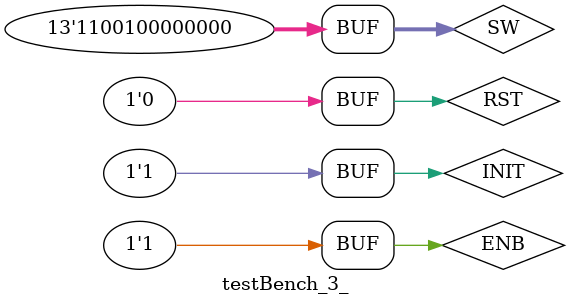
<source format=v>
`timescale 1ps/1ps
module testBench_3_();


reg ENB;
reg INIT;
reg RST;
reg [12:0] SW;
wire CLKOSILLATOR;
wire OUTPUTJKFLIPFLOP;
wire CO;
wire [7:0] OUTPUTWAVE;
wire MUXSELESCT;
wire 	SW_10_;
wire	SW_9_ ;
wire	SW_8_ ;
wire	SW_0  ;
wire	SW_1  ;
wire	SW_2  ;
wire	SW_3  ;
wire	SW_4  ;
wire	SW_5  ;
wire	SW_6  ;
wire	SW_7  ;
wire [9:0] MEMORYCOUNTER;
wire [2:0] WAVESELECT;
wire [7:0] ROMOUTPUT;
wire [7:0] WAVEFORMEGENERATOROUTPUT;

ringOsillotor #(28000 , 5)I1( ENB , CLKOSILLATOR);


waveForm_Generator I2(
	OUTPUTJKFLIPFLOP,
        SW,
	CLKOSILLATOR,
	INIT,
	CO,
	MUXSELESCT,
        SW_10_,
	SW_9_,
	SW_8_,
	SW_0,
	SW_1,
	SW_2,
	SW_3,
	SW_4,
	SW_5,
	SW_6,
	SW_7,
	MEMORYCOUNTER,
	RST,
	OUTPUTWAVE,
	ROMOUTPUT,
        WAVEFORMEGENERATOROUTPUT,
	WAVESELECT);

initial begin
  SW = 13'b1100100000000;
  ENB=1; 
  RST=0;
  INIT = 1'b0;                                                                                                                                                 		                 	                 
  #5000 
  INIT = 1'b1;         
  #5000
  RST=1;
  #5000
  RST=0;
  #9999999;
end
endmodule

</source>
